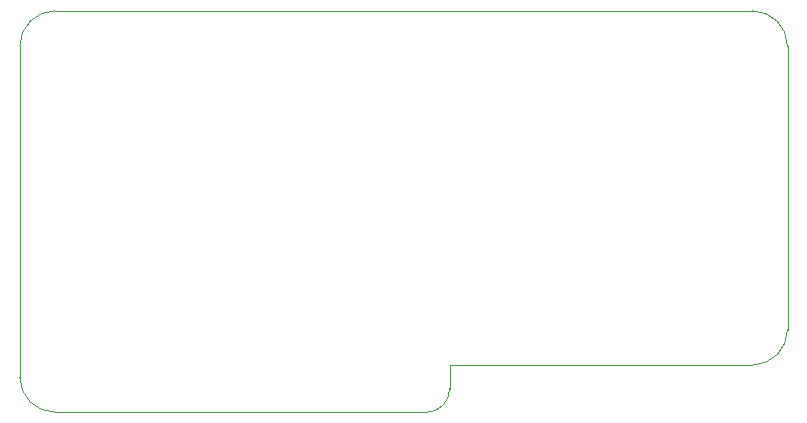
<source format=gm1>
G04 #@! TF.GenerationSoftware,KiCad,Pcbnew,(6.0.0)*
G04 #@! TF.CreationDate,2022-01-20T17:07:56-06:00*
G04 #@! TF.ProjectId,ctrl_board,6374726c-5f62-46f6-9172-642e6b696361,rev?*
G04 #@! TF.SameCoordinates,Original*
G04 #@! TF.FileFunction,Profile,NP*
%FSLAX46Y46*%
G04 Gerber Fmt 4.6, Leading zero omitted, Abs format (unit mm)*
G04 Created by KiCad (PCBNEW (6.0.0)) date 2022-01-20 17:07:56*
%MOMM*%
%LPD*%
G01*
G04 APERTURE LIST*
G04 #@! TA.AperFunction,Profile*
%ADD10C,0.100000*%
G04 #@! TD*
G04 APERTURE END LIST*
D10*
X234400000Y-128000000D02*
G75*
G03*
X236400000Y-126000000I1J1999999D01*
G01*
X200000000Y-97000000D02*
X200000000Y-125000000D01*
X262000000Y-94000000D02*
X203000000Y-94000000D01*
X200000000Y-125000000D02*
G75*
G03*
X203000000Y-128000000I3000001J1D01*
G01*
X262000000Y-124000000D02*
G75*
G03*
X265000000Y-121000000I-1J3000001D01*
G01*
X236400000Y-126000000D02*
X236400000Y-124000000D01*
X203000000Y-94000000D02*
G75*
G03*
X200000000Y-97000000I1J-3000001D01*
G01*
X236400000Y-124000000D02*
X262000000Y-124000000D01*
X265000000Y-97000000D02*
G75*
G03*
X262000000Y-94000000I-3000001J-1D01*
G01*
X265000000Y-121000000D02*
X265000000Y-97000000D01*
X203000000Y-128000000D02*
X234400000Y-128000000D01*
M02*

</source>
